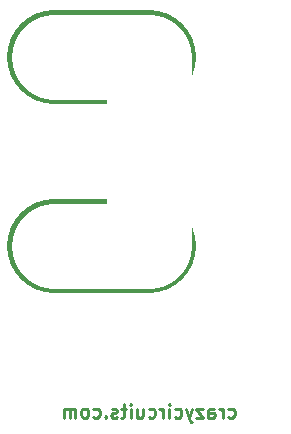
<source format=gbo>
%TF.GenerationSoftware,KiCad,Pcbnew,4.0.5-e0-6337~49~ubuntu16.04.1*%
%TF.CreationDate,2017-07-06T19:13:04-07:00*%
%TF.ProjectId,SMTLimitLED-SMTButton-Battery,534D544C696D69744C45442D534D5442,1.0*%
%TF.FileFunction,Legend,Bot*%
%FSLAX46Y46*%
G04 Gerber Fmt 4.6, Leading zero omitted, Abs format (unit mm)*
G04 Created by KiCad (PCBNEW 4.0.5-e0-6337~49~ubuntu16.04.1) date Thu Jul  6 19:13:04 2017*
%MOMM*%
%LPD*%
G01*
G04 APERTURE LIST*
%ADD10C,0.350000*%
%ADD11C,8.000000*%
%ADD12C,0.254000*%
%ADD13C,0.150000*%
%ADD14C,7.200000*%
%ADD15C,6.152400*%
%ADD16C,5.132400*%
G04 APERTURE END LIST*
D10*
D11*
X60813400Y-95222000D02*
X68813400Y-95222000D01*
X60813400Y-79222000D02*
X68813400Y-79222000D01*
D12*
X75555328Y-109681643D02*
X75664185Y-109736071D01*
X75881899Y-109736071D01*
X75990757Y-109681643D01*
X76045185Y-109627214D01*
X76099614Y-109518357D01*
X76099614Y-109191786D01*
X76045185Y-109082929D01*
X75990757Y-109028500D01*
X75881899Y-108974071D01*
X75664185Y-108974071D01*
X75555328Y-109028500D01*
X75065471Y-109736071D02*
X75065471Y-108974071D01*
X75065471Y-109191786D02*
X75011043Y-109082929D01*
X74956614Y-109028500D01*
X74847757Y-108974071D01*
X74738900Y-108974071D01*
X73868043Y-109736071D02*
X73868043Y-109137357D01*
X73922472Y-109028500D01*
X74031329Y-108974071D01*
X74249043Y-108974071D01*
X74357900Y-109028500D01*
X73868043Y-109681643D02*
X73976900Y-109736071D01*
X74249043Y-109736071D01*
X74357900Y-109681643D01*
X74412329Y-109572786D01*
X74412329Y-109463929D01*
X74357900Y-109355071D01*
X74249043Y-109300643D01*
X73976900Y-109300643D01*
X73868043Y-109246214D01*
X73432614Y-108974071D02*
X72833900Y-108974071D01*
X73432614Y-109736071D01*
X72833900Y-109736071D01*
X72507328Y-108974071D02*
X72235185Y-109736071D01*
X71963043Y-108974071D02*
X72235185Y-109736071D01*
X72344043Y-110008214D01*
X72398471Y-110062643D01*
X72507328Y-110117071D01*
X71037757Y-109681643D02*
X71146614Y-109736071D01*
X71364328Y-109736071D01*
X71473186Y-109681643D01*
X71527614Y-109627214D01*
X71582043Y-109518357D01*
X71582043Y-109191786D01*
X71527614Y-109082929D01*
X71473186Y-109028500D01*
X71364328Y-108974071D01*
X71146614Y-108974071D01*
X71037757Y-109028500D01*
X70547900Y-109736071D02*
X70547900Y-108974071D01*
X70547900Y-108593071D02*
X70602329Y-108647500D01*
X70547900Y-108701929D01*
X70493472Y-108647500D01*
X70547900Y-108593071D01*
X70547900Y-108701929D01*
X70003614Y-109736071D02*
X70003614Y-108974071D01*
X70003614Y-109191786D02*
X69949186Y-109082929D01*
X69894757Y-109028500D01*
X69785900Y-108974071D01*
X69677043Y-108974071D01*
X68806186Y-109681643D02*
X68915043Y-109736071D01*
X69132757Y-109736071D01*
X69241615Y-109681643D01*
X69296043Y-109627214D01*
X69350472Y-109518357D01*
X69350472Y-109191786D01*
X69296043Y-109082929D01*
X69241615Y-109028500D01*
X69132757Y-108974071D01*
X68915043Y-108974071D01*
X68806186Y-109028500D01*
X67826472Y-108974071D02*
X67826472Y-109736071D01*
X68316329Y-108974071D02*
X68316329Y-109572786D01*
X68261901Y-109681643D01*
X68153043Y-109736071D01*
X67989758Y-109736071D01*
X67880901Y-109681643D01*
X67826472Y-109627214D01*
X67282186Y-109736071D02*
X67282186Y-108974071D01*
X67282186Y-108593071D02*
X67336615Y-108647500D01*
X67282186Y-108701929D01*
X67227758Y-108647500D01*
X67282186Y-108593071D01*
X67282186Y-108701929D01*
X66901186Y-108974071D02*
X66465757Y-108974071D01*
X66737900Y-108593071D02*
X66737900Y-109572786D01*
X66683472Y-109681643D01*
X66574614Y-109736071D01*
X66465757Y-109736071D01*
X66139186Y-109681643D02*
X66030329Y-109736071D01*
X65812614Y-109736071D01*
X65703757Y-109681643D01*
X65649329Y-109572786D01*
X65649329Y-109518357D01*
X65703757Y-109409500D01*
X65812614Y-109355071D01*
X65975900Y-109355071D01*
X66084757Y-109300643D01*
X66139186Y-109191786D01*
X66139186Y-109137357D01*
X66084757Y-109028500D01*
X65975900Y-108974071D01*
X65812614Y-108974071D01*
X65703757Y-109028500D01*
X65159471Y-109627214D02*
X65105043Y-109681643D01*
X65159471Y-109736071D01*
X65213900Y-109681643D01*
X65159471Y-109627214D01*
X65159471Y-109736071D01*
X64125328Y-109681643D02*
X64234185Y-109736071D01*
X64451899Y-109736071D01*
X64560757Y-109681643D01*
X64615185Y-109627214D01*
X64669614Y-109518357D01*
X64669614Y-109191786D01*
X64615185Y-109082929D01*
X64560757Y-109028500D01*
X64451899Y-108974071D01*
X64234185Y-108974071D01*
X64125328Y-109028500D01*
X63472185Y-109736071D02*
X63581043Y-109681643D01*
X63635471Y-109627214D01*
X63689900Y-109518357D01*
X63689900Y-109191786D01*
X63635471Y-109082929D01*
X63581043Y-109028500D01*
X63472185Y-108974071D01*
X63308900Y-108974071D01*
X63200043Y-109028500D01*
X63145614Y-109082929D01*
X63091185Y-109191786D01*
X63091185Y-109518357D01*
X63145614Y-109627214D01*
X63200043Y-109681643D01*
X63308900Y-109736071D01*
X63472185Y-109736071D01*
X62601328Y-109736071D02*
X62601328Y-108974071D01*
X62601328Y-109082929D02*
X62546900Y-109028500D01*
X62438042Y-108974071D01*
X62274757Y-108974071D01*
X62165900Y-109028500D01*
X62111471Y-109137357D01*
X62111471Y-109736071D01*
X62111471Y-109137357D02*
X62057042Y-109028500D01*
X61948185Y-108974071D01*
X61784900Y-108974071D01*
X61676042Y-109028500D01*
X61621614Y-109137357D01*
X61621614Y-109736071D01*
D13*
X80194352Y-91893429D02*
X79432447Y-91893429D01*
X79813399Y-92274381D02*
X79813399Y-91512476D01*
X80194352Y-83093429D02*
X79432447Y-83093429D01*
X79813399Y-83474381D02*
X79813399Y-82712476D01*
%LPC*%
D14*
X87000000Y-113300000D02*
X94900000Y-113300000D01*
X87000000Y-105300000D02*
X94900000Y-105300000D01*
X68813400Y-79222000D02*
X60813400Y-79222000D01*
X68813400Y-95222000D02*
X68813400Y-79222000D01*
X60813400Y-95222000D02*
X68813400Y-95222000D01*
X76813400Y-79222000D02*
X76813400Y-95222000D01*
X95003400Y-79102000D02*
X95003400Y-95202000D01*
X86903400Y-79202000D02*
X86903400Y-95302000D01*
D15*
X87000000Y-113300000D03*
X87000000Y-105300000D03*
X95000000Y-105300000D03*
X95000000Y-113300000D03*
D16*
X68813400Y-87222000D03*
X60813400Y-87222000D03*
X76813400Y-87222000D03*
D15*
X60813400Y-79222000D03*
D16*
X68813400Y-79222000D03*
D15*
X76813400Y-79222000D03*
X60813400Y-95222000D03*
D16*
X68813400Y-95222000D03*
D15*
X76813400Y-95222000D03*
X87003400Y-95202000D03*
X87003400Y-87202000D03*
X95003400Y-87202000D03*
X95003400Y-95202000D03*
X87003400Y-79202000D03*
X95003400Y-79202000D03*
M02*

</source>
